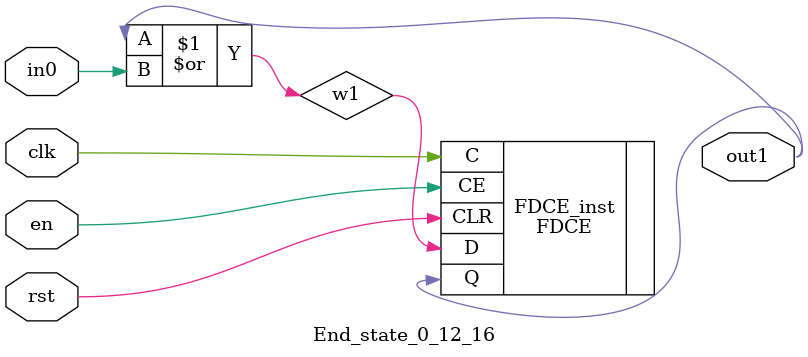
<source format=v>
module engine_0_12(out,clk,sod,en, in_39, in_40, in_0, in_5, in_8, in_13, in_14, in_15, in_17, in_18);
//pcre: /^\d+L\x27esclave\x09\d+\x09\d+/smi
//block char: \x27[8], \x09[8], ^[9], L[0], S[0], \d[5], v[0], a[0], e[0], c[0], 

	input clk,sod,en;

	input in_39, in_40, in_0, in_5, in_8, in_13, in_14, in_15, in_17, in_18;
	output out;

	assign w0 = 1'b1;
	state_0_12_1 BlockState_0_12_1 (w1,in_0,clk,en,sod,w0);
	state_0_12_2 BlockState_0_12_2 (w2,in_13,clk,en,sod,w2,w1);
	state_0_12_3 BlockState_0_12_3 (w3,in_5,clk,en,sod,w2);
	state_0_12_4 BlockState_0_12_4 (w4,in_39,clk,en,sod,w3);
	state_0_12_5 BlockState_0_12_5 (w5,in_17,clk,en,sod,w4);
	state_0_12_6 BlockState_0_12_6 (w6,in_8,clk,en,sod,w5);
	state_0_12_7 BlockState_0_12_7 (w7,in_18,clk,en,sod,w6);
	state_0_12_8 BlockState_0_12_8 (w8,in_5,clk,en,sod,w7);
	state_0_12_9 BlockState_0_12_9 (w9,in_15,clk,en,sod,w8);
	state_0_12_10 BlockState_0_12_10 (w10,in_14,clk,en,sod,w9);
	state_0_12_11 BlockState_0_12_11 (w11,in_17,clk,en,sod,w10);
	state_0_12_12 BlockState_0_12_12 (w12,in_40,clk,en,sod,w11);
	state_0_12_13 BlockState_0_12_13 (w13,in_13,clk,en,sod,w13,w12);
	state_0_12_14 BlockState_0_12_14 (w14,in_40,clk,en,sod,w13);
	state_0_12_15 BlockState_0_12_15 (w15,in_13,clk,en,sod,w15,w14);
	End_state_0_12_16 BlockState_0_12_16 (out,clk,en,sod,w15);
endmodule

module state_0_12_1(out1,in_char,clk,en,rst,in0);
	input in_char,clk,en,rst,in0;
	output out1;
	wire w1,w2;
	assign w1 = in0; 
	and(w2,in_char,w1);
	FDCE #(.INIT(1'b0)) FDCE_inst (
		.Q(out1),
		.C(clk),
		.CE(en),
		.CLR(rst),
		.D(w2)
);
endmodule

module state_0_12_2(out1,in_char,clk,en,rst,in0,in1);
	input in_char,clk,en,rst,in0,in1;
	output out1;
	wire w1,w2;
	or(w1,in0,in1);
	and(w2,in_char,w1);
	FDCE #(.INIT(1'b0)) FDCE_inst (
		.Q(out1),
		.C(clk),
		.CE(en),
		.CLR(rst),
		.D(w2)
);
endmodule

module state_0_12_3(out1,in_char,clk,en,rst,in0);
	input in_char,clk,en,rst,in0;
	output out1;
	wire w1,w2;
	assign w1 = in0; 
	and(w2,in_char,w1);
	FDCE #(.INIT(1'b0)) FDCE_inst (
		.Q(out1),
		.C(clk),
		.CE(en),
		.CLR(rst),
		.D(w2)
);
endmodule

module state_0_12_4(out1,in_char,clk,en,rst,in0);
	input in_char,clk,en,rst,in0;
	output out1;
	wire w1,w2;
	assign w1 = in0; 
	and(w2,in_char,w1);
	FDCE #(.INIT(1'b0)) FDCE_inst (
		.Q(out1),
		.C(clk),
		.CE(en),
		.CLR(rst),
		.D(w2)
);
endmodule

module state_0_12_5(out1,in_char,clk,en,rst,in0);
	input in_char,clk,en,rst,in0;
	output out1;
	wire w1,w2;
	assign w1 = in0; 
	and(w2,in_char,w1);
	FDCE #(.INIT(1'b0)) FDCE_inst (
		.Q(out1),
		.C(clk),
		.CE(en),
		.CLR(rst),
		.D(w2)
);
endmodule

module state_0_12_6(out1,in_char,clk,en,rst,in0);
	input in_char,clk,en,rst,in0;
	output out1;
	wire w1,w2;
	assign w1 = in0; 
	and(w2,in_char,w1);
	FDCE #(.INIT(1'b0)) FDCE_inst (
		.Q(out1),
		.C(clk),
		.CE(en),
		.CLR(rst),
		.D(w2)
);
endmodule

module state_0_12_7(out1,in_char,clk,en,rst,in0);
	input in_char,clk,en,rst,in0;
	output out1;
	wire w1,w2;
	assign w1 = in0; 
	and(w2,in_char,w1);
	FDCE #(.INIT(1'b0)) FDCE_inst (
		.Q(out1),
		.C(clk),
		.CE(en),
		.CLR(rst),
		.D(w2)
);
endmodule

module state_0_12_8(out1,in_char,clk,en,rst,in0);
	input in_char,clk,en,rst,in0;
	output out1;
	wire w1,w2;
	assign w1 = in0; 
	and(w2,in_char,w1);
	FDCE #(.INIT(1'b0)) FDCE_inst (
		.Q(out1),
		.C(clk),
		.CE(en),
		.CLR(rst),
		.D(w2)
);
endmodule

module state_0_12_9(out1,in_char,clk,en,rst,in0);
	input in_char,clk,en,rst,in0;
	output out1;
	wire w1,w2;
	assign w1 = in0; 
	and(w2,in_char,w1);
	FDCE #(.INIT(1'b0)) FDCE_inst (
		.Q(out1),
		.C(clk),
		.CE(en),
		.CLR(rst),
		.D(w2)
);
endmodule

module state_0_12_10(out1,in_char,clk,en,rst,in0);
	input in_char,clk,en,rst,in0;
	output out1;
	wire w1,w2;
	assign w1 = in0; 
	and(w2,in_char,w1);
	FDCE #(.INIT(1'b0)) FDCE_inst (
		.Q(out1),
		.C(clk),
		.CE(en),
		.CLR(rst),
		.D(w2)
);
endmodule

module state_0_12_11(out1,in_char,clk,en,rst,in0);
	input in_char,clk,en,rst,in0;
	output out1;
	wire w1,w2;
	assign w1 = in0; 
	and(w2,in_char,w1);
	FDCE #(.INIT(1'b0)) FDCE_inst (
		.Q(out1),
		.C(clk),
		.CE(en),
		.CLR(rst),
		.D(w2)
);
endmodule

module state_0_12_12(out1,in_char,clk,en,rst,in0);
	input in_char,clk,en,rst,in0;
	output out1;
	wire w1,w2;
	assign w1 = in0; 
	and(w2,in_char,w1);
	FDCE #(.INIT(1'b0)) FDCE_inst (
		.Q(out1),
		.C(clk),
		.CE(en),
		.CLR(rst),
		.D(w2)
);
endmodule

module state_0_12_13(out1,in_char,clk,en,rst,in0,in1);
	input in_char,clk,en,rst,in0,in1;
	output out1;
	wire w1,w2;
	or(w1,in0,in1);
	and(w2,in_char,w1);
	FDCE #(.INIT(1'b0)) FDCE_inst (
		.Q(out1),
		.C(clk),
		.CE(en),
		.CLR(rst),
		.D(w2)
);
endmodule

module state_0_12_14(out1,in_char,clk,en,rst,in0);
	input in_char,clk,en,rst,in0;
	output out1;
	wire w1,w2;
	assign w1 = in0; 
	and(w2,in_char,w1);
	FDCE #(.INIT(1'b0)) FDCE_inst (
		.Q(out1),
		.C(clk),
		.CE(en),
		.CLR(rst),
		.D(w2)
);
endmodule

module state_0_12_15(out1,in_char,clk,en,rst,in0,in1);
	input in_char,clk,en,rst,in0,in1;
	output out1;
	wire w1,w2;
	or(w1,in0,in1);
	and(w2,in_char,w1);
	FDCE #(.INIT(1'b0)) FDCE_inst (
		.Q(out1),
		.C(clk),
		.CE(en),
		.CLR(rst),
		.D(w2)
);
endmodule

module End_state_0_12_16(out1,clk,en,rst,in0);
	input clk,rst,en,in0;
	output out1;
	wire w1;
	or(w1,out1,in0);
	FDCE #(.INIT(1'b0)) FDCE_inst (
		.Q(out1),
		.C(clk),
		.CE(en),
		.CLR(rst),
		.D(w1)
);
endmodule


</source>
